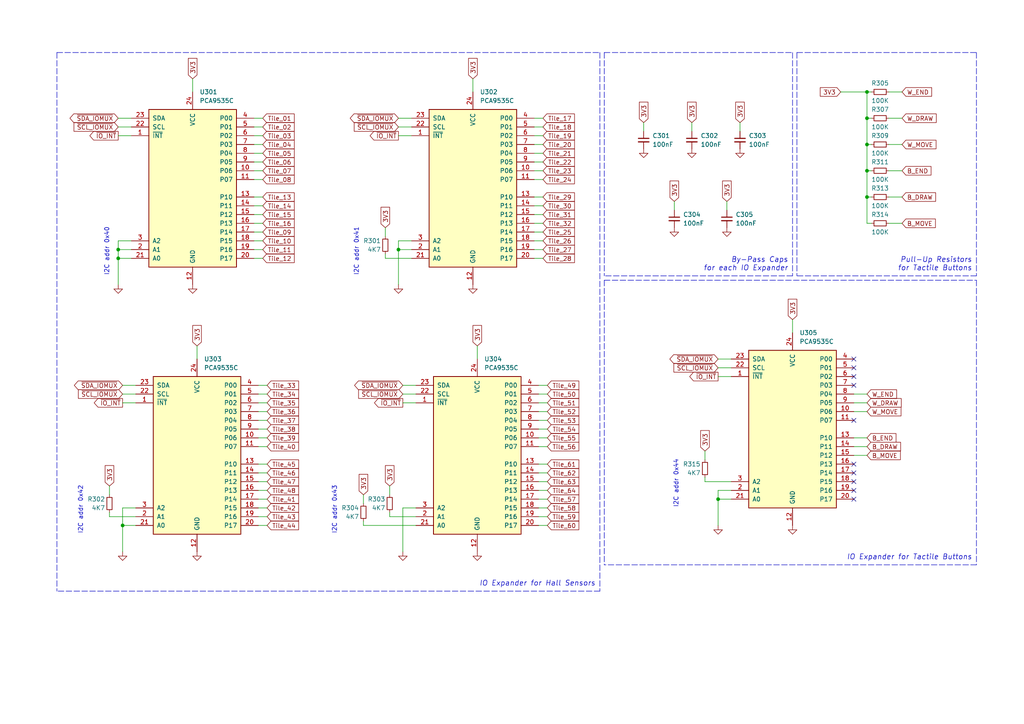
<source format=kicad_sch>
(kicad_sch (version 20211123) (generator eeschema)
  (paper "A4")
  (title_block (title "Smart Chessboard - I/O Expander") (date "2022-11-08") (rev "B") (company "Butler Electronics") (comment 1 "Design by Joshua Butler, MD, MHI"))
  (lib_symbols
    (symbol "Device:C_Small" (pin_numbers hide) (pin_names (offset 0.254) hide)
      (property "Reference" "C" (at 0.254 1.778 0))
      (property "Value" "C_Small" (at 0.254 -2.032 0))
      (symbol "C_Small_0_1"
        (polyline (pts (xy -1.524 -0.508) (xy 1.524 -0.508)) (stroke (width 0.3302)))
        (polyline (pts (xy -1.524 0.508) (xy 1.524 0.508)) (stroke (width 0.3048)))
      )
      (symbol "C_Small_1_1"
        (pin passive line (at 0 2.54 270) (length 2.032) (name "~") (number "1"))
        (pin passive line (at 0 -2.54 90) (length 2.032) (name "~") (number "2"))
      )
    )
    (symbol "Device:R_Small" (pin_numbers hide) (pin_names (offset 0.254) hide)
      (property "Reference" "R" (at 0.762 0.508 0))
      (property "Value" "R_Small" (at 0.762 -1.016 0))
      (symbol "R_Small_0_1"
        (rectangle (start -0.762 1.778) (end 0.762 -1.778) (stroke (width 0.2032)))
      )
      (symbol "R_Small_1_1"
        (pin passive line (at 0 2.54 270) (length 0.762) (name "~") (number "1"))
        (pin passive line (at 0 -2.54 90) (length 0.762) (name "~") (number "2"))
      )
    )
    (symbol "Interface_Expansion:TCA9535PWR" (pin_names (offset 1.016))
      (property "Reference" "U" (at -11.43 24.13 0))
      (property "Value" "TCA9535PWR" (at 0 0 0))
      (symbol "TCA9535PWR_0_1"
        (rectangle (start -12.7 22.86) (end 12.7 -22.86) (stroke (width 0.254)) (fill (type background)))
      )
      (symbol "TCA9535PWR_1_1"
        (pin open_collector line (at -17.78 15.24 0) (length 5.08) (name "~{INT}") (number "1"))
        (pin bidirectional line (at 17.78 5.08 180) (length 5.08) (name "P06") (number "10"))
        (pin bidirectional line (at 17.78 2.54 180) (length 5.08) (name "P07") (number "11"))
        (pin power_in line (at 0 -27.94 90) (length 5.08) (name "GND") (number "12"))
        (pin bidirectional line (at 17.78 -2.54 180) (length 5.08) (name "P10") (number "13"))
        (pin bidirectional line (at 17.78 -5.08 180) (length 5.08) (name "P11") (number "14"))
        (pin bidirectional line (at 17.78 -7.62 180) (length 5.08) (name "P12") (number "15"))
        (pin bidirectional line (at 17.78 -10.16 180) (length 5.08) (name "P13") (number "16"))
        (pin bidirectional line (at 17.78 -12.7 180) (length 5.08) (name "P14") (number "17"))
        (pin bidirectional line (at 17.78 -15.24 180) (length 5.08) (name "P15") (number "18"))
        (pin bidirectional line (at 17.78 -17.78 180) (length 5.08) (name "P16") (number "19"))
        (pin input line (at -17.78 -17.78 0) (length 5.08) (name "A1") (number "2"))
        (pin bidirectional line (at 17.78 -20.32 180) (length 5.08) (name "P17") (number "20"))
        (pin input line (at -17.78 -20.32 0) (length 5.08) (name "A0") (number "21"))
        (pin input line (at -17.78 17.78 0) (length 5.08) (name "SCL") (number "22"))
        (pin bidirectional line (at -17.78 20.32 0) (length 5.08) (name "SDA") (number "23"))
        (pin power_in line (at 0 27.94 270) (length 5.08) (name "VCC") (number "24"))
        (pin input line (at -17.78 -15.24 0) (length 5.08) (name "A2") (number "3"))
        (pin bidirectional line (at 17.78 20.32 180) (length 5.08) (name "P00") (number "4"))
        (pin bidirectional line (at 17.78 17.78 180) (length 5.08) (name "P01") (number "5"))
        (pin bidirectional line (at 17.78 15.24 180) (length 5.08) (name "P02") (number "6"))
        (pin bidirectional line (at 17.78 12.7 180) (length 5.08) (name "P03") (number "7"))
        (pin bidirectional line (at 17.78 10.16 180) (length 5.08) (name "P04") (number "8"))
        (pin bidirectional line (at 17.78 7.62 180) (length 5.08) (name "P05") (number "9"))
      )
    )
    (symbol "power:GND" (power) (pin_names (offset 0))
      (property "Value" "GND" (at 0 -3.81 0))
      (symbol "GND_0_1"
        (polyline (pts (xy 0 0) (xy 0 -1.27) (xy 1.27 -1.27) (xy 0 -2.54) (xy -1.27 -1.27) (xy 0 -1.27)))
      )
      (symbol "GND_1_1"
        (pin power_in line (at 0 0 270) (length 0) hide (name "GND") (number "1"))
      )
    )
  )
  (junction (at 115.57 72.39))
  (junction (at 35.56 152.4))
  (junction (at 34.29 72.39))
  (junction (at 251.46 34.29))
  (junction (at 208.28 144.78))
  (junction (at 251.46 49.53))
  (junction (at 251.46 26.67))
  (junction (at 251.46 41.91))
  (junction (at 251.46 57.15))
  (junction (at 34.29 74.93))
  (no_connect (at 247.65 139.7))
  (no_connect (at 247.65 109.22))
  (no_connect (at 247.65 111.76))
  (no_connect (at 247.65 104.14))
  (no_connect (at 247.65 106.68))
  (no_connect (at 247.65 144.78))
  (no_connect (at 247.65 121.92))
  (no_connect (at 247.65 134.62))
  (no_connect (at 247.65 137.16))
  (no_connect (at 247.65 142.24))
  (wire (pts (xy 208.28 142.24) (xy 208.28 144.78)))
  (wire (pts (xy 157.48 34.29) (xy 154.94 34.29)))
  (wire (pts (xy 261.62 34.29) (xy 257.81 34.29)))
  (wire (pts (xy 247.65 127) (xy 251.46 127)))
  (wire (pts (xy 34.29 34.29) (xy 38.1 34.29)))
  (polyline (pts (xy 173.99 15.24) (xy 173.99 171.45)))
  (wire (pts (xy 77.47 121.92) (xy 74.93 121.92)))
  (wire (pts (xy 77.47 139.7) (xy 74.93 139.7)))
  (wire (pts (xy 137.16 22.86) (xy 137.16 26.67)))
  (wire (pts (xy 76.2 52.07) (xy 73.66 52.07)))
  (polyline (pts (xy 175.26 15.24) (xy 229.87 15.24)))
  (polyline (pts (xy 175.26 81.28) (xy 283.21 81.28)))
  (wire (pts (xy 208.28 142.24) (xy 212.09 142.24)))
  (wire (pts (xy 76.2 39.37) (xy 73.66 39.37)))
  (wire (pts (xy 34.29 69.85) (xy 34.29 72.39)))
  (wire (pts (xy 55.88 22.86) (xy 55.88 26.67)))
  (wire (pts (xy 208.28 144.78) (xy 212.09 144.78)))
  (wire (pts (xy 158.75 114.3) (xy 156.21 114.3)))
  (wire (pts (xy 204.47 139.7) (xy 212.09 139.7)))
  (wire (pts (xy 247.65 119.38) (xy 251.46 119.38)))
  (wire (pts (xy 116.84 147.32) (xy 116.84 160.02)))
  (wire (pts (xy 35.56 152.4) (xy 35.56 160.02)))
  (wire (pts (xy 247.65 132.08) (xy 251.46 132.08)))
  (wire (pts (xy 39.37 147.32) (xy 35.56 147.32)))
  (wire (pts (xy 157.48 57.15) (xy 154.94 57.15)))
  (wire (pts (xy 158.75 152.4) (xy 156.21 152.4)))
  (wire (pts (xy 208.28 109.22) (xy 212.09 109.22)))
  (wire (pts (xy 115.57 36.83) (xy 119.38 36.83)))
  (polyline (pts (xy 283.21 80.01) (xy 231.14 80.01)))
  (wire (pts (xy 157.48 46.99) (xy 154.94 46.99)))
  (wire (pts (xy 35.56 114.3) (xy 39.37 114.3)))
  (wire (pts (xy 115.57 39.37) (xy 119.38 39.37)))
  (wire (pts (xy 111.76 73.66) (xy 111.76 74.93)))
  (wire (pts (xy 157.48 69.85) (xy 154.94 69.85)))
  (wire (pts (xy 157.48 62.23) (xy 154.94 62.23)))
  (wire (pts (xy 76.2 41.91) (xy 73.66 41.91)))
  (wire (pts (xy 34.29 74.93) (xy 38.1 74.93)))
  (wire (pts (xy 157.48 36.83) (xy 154.94 36.83)))
  (wire (pts (xy 76.2 64.77) (xy 73.66 64.77)))
  (wire (pts (xy 77.47 127) (xy 74.93 127)))
  (wire (pts (xy 251.46 49.53) (xy 252.73 49.53)))
  (polyline (pts (xy 283.21 15.24) (xy 283.21 80.01)))
  (wire (pts (xy 77.47 134.62) (xy 74.93 134.62)))
  (wire (pts (xy 76.2 67.31) (xy 73.66 67.31)))
  (wire (pts (xy 157.48 41.91) (xy 154.94 41.91)))
  (wire (pts (xy 261.62 41.91) (xy 257.81 41.91)))
  (wire (pts (xy 247.65 129.54) (xy 251.46 129.54)))
  (wire (pts (xy 138.43 100.33) (xy 138.43 104.14)))
  (wire (pts (xy 116.84 111.76) (xy 120.65 111.76)))
  (wire (pts (xy 34.29 72.39) (xy 34.29 74.93)))
  (wire (pts (xy 119.38 69.85) (xy 115.57 69.85)))
  (wire (pts (xy 157.48 67.31) (xy 154.94 67.31)))
  (wire (pts (xy 77.47 114.3) (xy 74.93 114.3)))
  (wire (pts (xy 77.47 124.46) (xy 74.93 124.46)))
  (polyline (pts (xy 283.21 163.83) (xy 175.26 163.83)))
  (wire (pts (xy 77.47 152.4) (xy 74.93 152.4)))
  (wire (pts (xy 35.56 111.76) (xy 39.37 111.76)))
  (wire (pts (xy 76.2 69.85) (xy 73.66 69.85)))
  (wire (pts (xy 200.66 35.56) (xy 200.66 38.1)))
  (wire (pts (xy 76.2 46.99) (xy 73.66 46.99)))
  (wire (pts (xy 105.41 151.13) (xy 105.41 152.4)))
  (wire (pts (xy 111.76 74.93) (xy 119.38 74.93)))
  (wire (pts (xy 158.75 127) (xy 156.21 127)))
  (wire (pts (xy 251.46 26.67) (xy 252.73 26.67)))
  (wire (pts (xy 115.57 72.39) (xy 119.38 72.39)))
  (wire (pts (xy 157.48 44.45) (xy 154.94 44.45)))
  (wire (pts (xy 186.69 35.56) (xy 186.69 38.1)))
  (wire (pts (xy 261.62 26.67) (xy 257.81 26.67)))
  (wire (pts (xy 35.56 152.4) (xy 39.37 152.4)))
  (polyline (pts (xy 229.87 15.24) (xy 229.87 80.01)))
  (wire (pts (xy 204.47 130.81) (xy 204.47 133.35)))
  (wire (pts (xy 157.48 59.69) (xy 154.94 59.69)))
  (wire (pts (xy 158.75 142.24) (xy 156.21 142.24)))
  (wire (pts (xy 158.75 137.16) (xy 156.21 137.16)))
  (polyline (pts (xy 231.14 15.24) (xy 283.21 15.24)))
  (wire (pts (xy 251.46 41.91) (xy 251.46 49.53)))
  (wire (pts (xy 261.62 64.77) (xy 257.81 64.77)))
  (wire (pts (xy 158.75 124.46) (xy 156.21 124.46)))
  (polyline (pts (xy 16.51 15.24) (xy 16.51 171.45)))
  (wire (pts (xy 251.46 57.15) (xy 251.46 64.77)))
  (wire (pts (xy 77.47 142.24) (xy 74.93 142.24)))
  (wire (pts (xy 210.82 58.42) (xy 210.82 60.96)))
  (wire (pts (xy 157.48 64.77) (xy 154.94 64.77)))
  (wire (pts (xy 208.28 104.14) (xy 212.09 104.14)))
  (wire (pts (xy 214.63 35.56) (xy 214.63 38.1)))
  (wire (pts (xy 34.29 39.37) (xy 38.1 39.37)))
  (wire (pts (xy 105.41 143.51) (xy 105.41 146.05)))
  (wire (pts (xy 77.47 119.38) (xy 74.93 119.38)))
  (wire (pts (xy 208.28 144.78) (xy 208.28 152.4)))
  (wire (pts (xy 251.46 34.29) (xy 252.73 34.29)))
  (wire (pts (xy 34.29 36.83) (xy 38.1 36.83)))
  (wire (pts (xy 247.65 116.84) (xy 251.46 116.84)))
  (polyline (pts (xy 175.26 15.24) (xy 175.26 80.01)))
  (wire (pts (xy 77.47 129.54) (xy 74.93 129.54)))
  (wire (pts (xy 157.48 49.53) (xy 154.94 49.53)))
  (wire (pts (xy 34.29 72.39) (xy 38.1 72.39)))
  (wire (pts (xy 157.48 72.39) (xy 154.94 72.39)))
  (wire (pts (xy 116.84 114.3) (xy 120.65 114.3)))
  (wire (pts (xy 204.47 138.43) (xy 204.47 139.7)))
  (wire (pts (xy 243.84 26.67) (xy 251.46 26.67)))
  (wire (pts (xy 261.62 57.15) (xy 257.81 57.15)))
  (polyline (pts (xy 175.26 81.28) (xy 175.26 163.83)))
  (wire (pts (xy 76.2 74.93) (xy 73.66 74.93)))
  (wire (pts (xy 158.75 134.62) (xy 156.21 134.62)))
  (wire (pts (xy 77.47 144.78) (xy 74.93 144.78)))
  (wire (pts (xy 115.57 72.39) (xy 115.57 82.55)))
  (wire (pts (xy 158.75 149.86) (xy 156.21 149.86)))
  (wire (pts (xy 157.48 52.07) (xy 154.94 52.07)))
  (polyline (pts (xy 229.87 80.01) (xy 175.26 80.01)))
  (wire (pts (xy 251.46 41.91) (xy 252.73 41.91)))
  (wire (pts (xy 76.2 57.15) (xy 73.66 57.15)))
  (wire (pts (xy 76.2 59.69) (xy 73.66 59.69)))
  (wire (pts (xy 76.2 36.83) (xy 73.66 36.83)))
  (wire (pts (xy 57.15 100.33) (xy 57.15 104.14)))
  (wire (pts (xy 76.2 62.23) (xy 73.66 62.23)))
  (wire (pts (xy 31.75 140.97) (xy 31.75 143.51)))
  (wire (pts (xy 76.2 44.45) (xy 73.66 44.45)))
  (wire (pts (xy 251.46 26.67) (xy 251.46 34.29)))
  (wire (pts (xy 34.29 74.93) (xy 34.29 82.55)))
  (polyline (pts (xy 173.99 171.45) (xy 16.51 171.45)))
  (wire (pts (xy 116.84 116.84) (xy 120.65 116.84)))
  (wire (pts (xy 77.47 147.32) (xy 74.93 147.32)))
  (wire (pts (xy 208.28 106.68) (xy 212.09 106.68)))
  (wire (pts (xy 111.76 66.04) (xy 111.76 68.58)))
  (wire (pts (xy 158.75 144.78) (xy 156.21 144.78)))
  (wire (pts (xy 31.75 149.86) (xy 39.37 149.86)))
  (wire (pts (xy 105.41 152.4) (xy 120.65 152.4)))
  (wire (pts (xy 158.75 147.32) (xy 156.21 147.32)))
  (wire (pts (xy 77.47 111.76) (xy 74.93 111.76)))
  (wire (pts (xy 251.46 57.15) (xy 252.73 57.15)))
  (wire (pts (xy 158.75 121.92) (xy 156.21 121.92)))
  (wire (pts (xy 158.75 111.76) (xy 156.21 111.76)))
  (wire (pts (xy 157.48 39.37) (xy 154.94 39.37)))
  (wire (pts (xy 113.03 140.97) (xy 113.03 143.51)))
  (wire (pts (xy 76.2 72.39) (xy 73.66 72.39)))
  (wire (pts (xy 31.75 148.59) (xy 31.75 149.86)))
  (wire (pts (xy 158.75 139.7) (xy 156.21 139.7)))
  (wire (pts (xy 35.56 116.84) (xy 39.37 116.84)))
  (wire (pts (xy 77.47 137.16) (xy 74.93 137.16)))
  (wire (pts (xy 120.65 147.32) (xy 116.84 147.32)))
  (wire (pts (xy 251.46 64.77) (xy 252.73 64.77)))
  (wire (pts (xy 251.46 49.53) (xy 251.46 57.15)))
  (wire (pts (xy 77.47 149.86) (xy 74.93 149.86)))
  (wire (pts (xy 158.75 129.54) (xy 156.21 129.54)))
  (wire (pts (xy 76.2 34.29) (xy 73.66 34.29)))
  (polyline (pts (xy 231.14 15.24) (xy 231.14 80.01)))
  (wire (pts (xy 158.75 116.84) (xy 156.21 116.84)))
  (polyline (pts (xy 283.21 81.28) (xy 283.21 163.83)))
  (wire (pts (xy 251.46 34.29) (xy 251.46 41.91)))
  (polyline (pts (xy 16.51 15.24) (xy 173.99 15.24)))
  (wire (pts (xy 195.58 58.42) (xy 195.58 60.96)))
  (wire (pts (xy 115.57 34.29) (xy 119.38 34.29)))
  (wire (pts (xy 38.1 69.85) (xy 34.29 69.85)))
  (wire (pts (xy 77.47 116.84) (xy 74.93 116.84)))
  (wire (pts (xy 261.62 49.53) (xy 257.81 49.53)))
  (wire (pts (xy 229.87 92.71) (xy 229.87 96.52)))
  (wire (pts (xy 113.03 148.59) (xy 113.03 149.86)))
  (wire (pts (xy 247.65 114.3) (xy 251.46 114.3)))
  (wire (pts (xy 158.75 119.38) (xy 156.21 119.38)))
  (wire (pts (xy 113.03 149.86) (xy 120.65 149.86)))
  (wire (pts (xy 157.48 74.93) (xy 154.94 74.93)))
  (wire (pts (xy 35.56 147.32) (xy 35.56 152.4)))
  (wire (pts (xy 76.2 49.53) (xy 73.66 49.53)))
  (wire (pts (xy 115.57 69.85) (xy 115.57 72.39)))
  (text "I2C addr 0x44" (at 196.85 147.32 90) (effects (font (size 1.27 1.27)) (justify left bottom)))
  (text "Pull-Up Resistors\nfor Tactile Buttons" (at 281.94 78.74 180) (effects (font (size 1.5 1.5) italic) (justify right bottom)))
  (text "IO Expander for Tactile Buttons" (at 281.94 162.56 180) (effects (font (size 1.5 1.5) italic) (justify right bottom)))
  (text "I2C addr 0x40" (at 31.75 80.01 90) (effects (font (size 1.27 1.27)) (justify left bottom)))
  (text "I2C addr 0x43" (at 97.79 154.94 90) (effects (font (size 1.27 1.27)) (justify left bottom)))
  (text "IO Expander for Hall Sensors" (at 172.72 170.18 180) (effects (font (size 1.5 1.5) italic) (justify right bottom)))
  (text "By-Pass Caps\nfor each IO Expander" (at 228.6 78.74 180) (effects (font (size 1.5 1.5) italic) (justify right bottom)))
  (text "I2C addr 0x41" (at 104.14 80.01 90) (effects (font (size 1.27 1.27)) (justify left bottom)))
  (text "I2C addr 0x42" (at 24.13 154.94 90) (effects (font (size 1.27 1.27)) (justify left bottom)))
  (global_label "~{SCL_IOMUX}" (shape input) (at 116.84 114.3 180) (property "Intersheet References" "${INTERSHEET_REFS}" (effects hide)))
  (global_label "3V3" (shape input) (at 55.88 22.86 90) (property "Intersheet References" "${INTERSHEET_REFS}" (effects hide)))
  (global_label "Tile_47" (shape input) (at 77.47 139.7 0) (property "Intersheet References" "${INTERSHEET_REFS}" (effects hide)))
  (global_label "Tile_10" (shape input) (at 76.2 69.85 0) (property "Intersheet References" "${INTERSHEET_REFS}" (effects hide)))
  (global_label "B_END" (shape input) (at 251.46 127 0) (property "Intersheet References" "${INTERSHEET_REFS}" (effects hide)))
  (global_label "Tile_11" (shape input) (at 76.2 72.39 0) (property "Intersheet References" "${INTERSHEET_REFS}" (effects hide)))
  (global_label "Tile_45" (shape input) (at 77.47 134.62 0) (property "Intersheet References" "${INTERSHEET_REFS}" (effects hide)))
  (global_label "Tile_05" (shape input) (at 76.2 44.45 0) (property "Intersheet References" "${INTERSHEET_REFS}" (effects hide)))
  (global_label "~{SDA_IOMUX}" (shape bidirectional) (at 208.28 104.14 180) (property "Intersheet References" "${INTERSHEET_REFS}" (effects hide)))
  (global_label "3V3" (shape input) (at 186.69 35.56 90) (property "Intersheet References" "${INTERSHEET_REFS}" (effects hide)))
  (global_label "Tile_40" (shape input) (at 77.47 129.54 0) (property "Intersheet References" "${INTERSHEET_REFS}" (effects hide)))
  (global_label "Tile_36" (shape input) (at 77.47 119.38 0) (property "Intersheet References" "${INTERSHEET_REFS}" (effects hide)))
  (global_label "~{IO_INT}" (shape output) (at 208.28 109.22 180) (property "Intersheet References" "${INTERSHEET_REFS}" (effects hide)))
  (global_label "~{IO_INT}" (shape output) (at 34.29 39.37 180) (property "Intersheet References" "${INTERSHEET_REFS}" (effects hide)))
  (global_label "3V3" (shape input) (at 229.87 92.71 90) (property "Intersheet References" "${INTERSHEET_REFS}" (effects hide)))
  (global_label "Tile_39" (shape input) (at 77.47 127 0) (property "Intersheet References" "${INTERSHEET_REFS}" (effects hide)))
  (global_label "Tile_41" (shape input) (at 77.47 144.78 0) (property "Intersheet References" "${INTERSHEET_REFS}" (effects hide)))
  (global_label "Tile_20" (shape input) (at 157.48 41.91 0) (property "Intersheet References" "${INTERSHEET_REFS}" (effects hide)))
  (global_label "B_END" (shape input) (at 261.62 49.53 0) (property "Intersheet References" "${INTERSHEET_REFS}" (effects hide)))
  (global_label "~{SDA_IOMUX}" (shape bidirectional) (at 115.57 34.29 180) (property "Intersheet References" "${INTERSHEET_REFS}" (effects hide)))
  (global_label "3V3" (shape input) (at 204.47 130.81 90) (property "Intersheet References" "${INTERSHEET_REFS}" (effects hide)))
  (global_label "W_END" (shape input) (at 261.62 26.67 0) (property "Intersheet References" "${INTERSHEET_REFS}" (effects hide)))
  (global_label "Tile_33" (shape input) (at 77.47 111.76 0) (property "Intersheet References" "${INTERSHEET_REFS}" (effects hide)))
  (global_label "~{SCL_IOMUX}" (shape input) (at 115.57 36.83 180) (property "Intersheet References" "${INTERSHEET_REFS}" (effects hide)))
  (global_label "Tile_35" (shape input) (at 77.47 116.84 0) (property "Intersheet References" "${INTERSHEET_REFS}" (effects hide)))
  (global_label "Tile_32" (shape input) (at 157.48 64.77 0) (property "Intersheet References" "${INTERSHEET_REFS}" (effects hide)))
  (global_label "Tile_48" (shape input) (at 77.47 142.24 0) (property "Intersheet References" "${INTERSHEET_REFS}" (effects hide)))
  (global_label "W_DRAW" (shape input) (at 251.46 116.84 0) (property "Intersheet References" "${INTERSHEET_REFS}" (effects hide)))
  (global_label "Tile_44" (shape input) (at 77.47 152.4 0) (property "Intersheet References" "${INTERSHEET_REFS}" (effects hide)))
  (global_label "~{IO_INT}" (shape output) (at 35.56 116.84 180) (property "Intersheet References" "${INTERSHEET_REFS}" (effects hide)))
  (global_label "Tile_29" (shape input) (at 157.48 57.15 0) (property "Intersheet References" "${INTERSHEET_REFS}" (effects hide)))
  (global_label "B_DRAW" (shape input) (at 261.62 57.15 0) (property "Intersheet References" "${INTERSHEET_REFS}" (effects hide)))
  (global_label "Tile_52" (shape input) (at 158.75 119.38 0) (property "Intersheet References" "${INTERSHEET_REFS}" (effects hide)))
  (global_label "Tile_07" (shape input) (at 76.2 49.53 0) (property "Intersheet References" "${INTERSHEET_REFS}" (effects hide)))
  (global_label "W_MOVE" (shape input) (at 261.62 41.91 0) (property "Intersheet References" "${INTERSHEET_REFS}" (effects hide)))
  (global_label "Tile_62" (shape input) (at 158.75 137.16 0) (property "Intersheet References" "${INTERSHEET_REFS}" (effects hide)))
  (global_label "Tile_26" (shape input) (at 157.48 69.85 0) (property "Intersheet References" "${INTERSHEET_REFS}" (effects hide)))
  (global_label "Tile_37" (shape input) (at 77.47 121.92 0) (property "Intersheet References" "${INTERSHEET_REFS}" (effects hide)))
  (global_label "B_MOVE" (shape input) (at 251.46 132.08 0) (property "Intersheet References" "${INTERSHEET_REFS}" (effects hide)))
  (global_label "3V3" (shape input) (at 111.76 66.04 90) (property "Intersheet References" "${INTERSHEET_REFS}" (effects hide)))
  (global_label "~{SDA_IOMUX}" (shape bidirectional) (at 34.29 34.29 180) (property "Intersheet References" "${INTERSHEET_REFS}" (effects hide)))
  (global_label "Tile_03" (shape input) (at 76.2 39.37 0) (property "Intersheet References" "${INTERSHEET_REFS}" (effects hide)))
  (global_label "3V3" (shape input) (at 200.66 35.56 90) (property "Intersheet References" "${INTERSHEET_REFS}" (effects hide)))
  (global_label "3V3" (shape input) (at 57.15 100.33 90) (property "Intersheet References" "${INTERSHEET_REFS}" (effects hide)))
  (global_label "Tile_61" (shape input) (at 158.75 134.62 0) (property "Intersheet References" "${INTERSHEET_REFS}" (effects hide)))
  (global_label "Tile_13" (shape input) (at 76.2 57.15 0) (property "Intersheet References" "${INTERSHEET_REFS}" (effects hide)))
  (global_label "Tile_51" (shape input) (at 158.75 116.84 0) (property "Intersheet References" "${INTERSHEET_REFS}" (effects hide)))
  (global_label "Tile_46" (shape input) (at 77.47 137.16 0) (property "Intersheet References" "${INTERSHEET_REFS}" (effects hide)))
  (global_label "Tile_18" (shape input) (at 157.48 36.83 0) (property "Intersheet References" "${INTERSHEET_REFS}" (effects hide)))
  (global_label "Tile_24" (shape input) (at 157.48 52.07 0) (property "Intersheet References" "${INTERSHEET_REFS}" (effects hide)))
  (global_label "W_END" (shape input) (at 251.46 114.3 0) (property "Intersheet References" "${INTERSHEET_REFS}" (effects hide)))
  (global_label "Tile_15" (shape input) (at 76.2 62.23 0) (property "Intersheet References" "${INTERSHEET_REFS}" (effects hide)))
  (global_label "Tile_31" (shape input) (at 157.48 62.23 0) (property "Intersheet References" "${INTERSHEET_REFS}" (effects hide)))
  (global_label "W_MOVE" (shape input) (at 251.46 119.38 0) (property "Intersheet References" "${INTERSHEET_REFS}" (effects hide)))
  (global_label "Tile_57" (shape input) (at 158.75 144.78 0) (property "Intersheet References" "${INTERSHEET_REFS}" (effects hide)))
  (global_label "Tile_09" (shape input) (at 76.2 67.31 0) (property "Intersheet References" "${INTERSHEET_REFS}" (effects hide)))
  (global_label "B_MOVE" (shape input) (at 261.62 64.77 0) (property "Intersheet References" "${INTERSHEET_REFS}" (effects hide)))
  (global_label "~{SDA_IOMUX}" (shape bidirectional) (at 116.84 111.76 180) (property "Intersheet References" "${INTERSHEET_REFS}" (effects hide)))
  (global_label "Tile_22" (shape input) (at 157.48 46.99 0) (property "Intersheet References" "${INTERSHEET_REFS}" (effects hide)))
  (global_label "~{SCL_IOMUX}" (shape input) (at 34.29 36.83 180) (property "Intersheet References" "${INTERSHEET_REFS}" (effects hide)))
  (global_label "Tile_23" (shape input) (at 157.48 49.53 0) (property "Intersheet References" "${INTERSHEET_REFS}" (effects hide)))
  (global_label "Tile_30" (shape input) (at 157.48 59.69 0) (property "Intersheet References" "${INTERSHEET_REFS}" (effects hide)))
  (global_label "B_DRAW" (shape input) (at 251.46 129.54 0) (property "Intersheet References" "${INTERSHEET_REFS}" (effects hide)))
  (global_label "Tile_27" (shape input) (at 157.48 72.39 0) (property "Intersheet References" "${INTERSHEET_REFS}" (effects hide)))
  (global_label "Tile_34" (shape input) (at 77.47 114.3 0) (property "Intersheet References" "${INTERSHEET_REFS}" (effects hide)))
  (global_label "Tile_59" (shape input) (at 158.75 149.86 0) (property "Intersheet References" "${INTERSHEET_REFS}" (effects hide)))
  (global_label "Tile_43" (shape input) (at 77.47 149.86 0) (property "Intersheet References" "${INTERSHEET_REFS}" (effects hide)))
  (global_label "Tile_53" (shape input) (at 158.75 121.92 0) (property "Intersheet References" "${INTERSHEET_REFS}" (effects hide)))
  (global_label "Tile_02" (shape input) (at 76.2 36.83 0) (property "Intersheet References" "${INTERSHEET_REFS}" (effects hide)))
  (global_label "Tile_42" (shape input) (at 77.47 147.32 0) (property "Intersheet References" "${INTERSHEET_REFS}" (effects hide)))
  (global_label "Tile_54" (shape input) (at 158.75 124.46 0) (property "Intersheet References" "${INTERSHEET_REFS}" (effects hide)))
  (global_label "Tile_19" (shape input) (at 157.48 39.37 0) (property "Intersheet References" "${INTERSHEET_REFS}" (effects hide)))
  (global_label "Tile_12" (shape input) (at 76.2 74.93 0) (property "Intersheet References" "${INTERSHEET_REFS}" (effects hide)))
  (global_label "Tile_14" (shape input) (at 76.2 59.69 0) (property "Intersheet References" "${INTERSHEET_REFS}" (effects hide)))
  (global_label "Tile_16" (shape input) (at 76.2 64.77 0) (property "Intersheet References" "${INTERSHEET_REFS}" (effects hide)))
  (global_label "3V3" (shape input) (at 105.41 143.51 90) (property "Intersheet References" "${INTERSHEET_REFS}" (effects hide)))
  (global_label "Tile_06" (shape input) (at 76.2 46.99 0) (property "Intersheet References" "${INTERSHEET_REFS}" (effects hide)))
  (global_label "Tile_04" (shape input) (at 76.2 41.91 0) (property "Intersheet References" "${INTERSHEET_REFS}" (effects hide)))
  (global_label "Tile_08" (shape input) (at 76.2 52.07 0) (property "Intersheet References" "${INTERSHEET_REFS}" (effects hide)))
  (global_label "Tile_17" (shape input) (at 157.48 34.29 0) (property "Intersheet References" "${INTERSHEET_REFS}" (effects hide)))
  (global_label "3V3" (shape input) (at 243.84 26.67 180) (property "Intersheet References" "${INTERSHEET_REFS}" (effects hide)))
  (global_label "Tile_56" (shape input) (at 158.75 129.54 0) (property "Intersheet References" "${INTERSHEET_REFS}" (effects hide)))
  (global_label "Tile_38" (shape input) (at 77.47 124.46 0) (property "Intersheet References" "${INTERSHEET_REFS}" (effects hide)))
  (global_label "3V3" (shape input) (at 195.58 58.42 90) (property "Intersheet References" "${INTERSHEET_REFS}" (effects hide)))
  (global_label "Tile_49" (shape input) (at 158.75 111.76 0) (property "Intersheet References" "${INTERSHEET_REFS}" (effects hide)))
  (global_label "3V3" (shape input) (at 138.43 100.33 90) (property "Intersheet References" "${INTERSHEET_REFS}" (effects hide)))
  (global_label "Tile_58" (shape input) (at 158.75 147.32 0) (property "Intersheet References" "${INTERSHEET_REFS}" (effects hide)))
  (global_label "3V3" (shape input) (at 137.16 22.86 90) (property "Intersheet References" "${INTERSHEET_REFS}" (effects hide)))
  (global_label "3V3" (shape input) (at 113.03 140.97 90) (property "Intersheet References" "${INTERSHEET_REFS}" (effects hide)))
  (global_label "~{SCL_IOMUX}" (shape input) (at 35.56 114.3 180) (property "Intersheet References" "${INTERSHEET_REFS}" (effects hide)))
  (global_label "Tile_28" (shape input) (at 157.48 74.93 0) (property "Intersheet References" "${INTERSHEET_REFS}" (effects hide)))
  (global_label "~{SCL_IOMUX}" (shape input) (at 208.28 106.68 180) (property "Intersheet References" "${INTERSHEET_REFS}" (effects hide)))
  (global_label "~{IO_INT}" (shape output) (at 116.84 116.84 180) (property "Intersheet References" "${INTERSHEET_REFS}" (effects hide)))
  (global_label "Tile_50" (shape input) (at 158.75 114.3 0) (property "Intersheet References" "${INTERSHEET_REFS}" (effects hide)))
  (global_label "Tile_64" (shape input) (at 158.75 142.24 0) (property "Intersheet References" "${INTERSHEET_REFS}" (effects hide)))
  (global_label "~{IO_INT}" (shape output) (at 115.57 39.37 180) (property "Intersheet References" "${INTERSHEET_REFS}" (effects hide)))
  (global_label "Tile_63" (shape input) (at 158.75 139.7 0) (property "Intersheet References" "${INTERSHEET_REFS}" (effects hide)))
  (global_label "3V3" (shape input) (at 210.82 58.42 90) (property "Intersheet References" "${INTERSHEET_REFS}" (effects hide)))
  (global_label "~{SDA_IOMUX}" (shape bidirectional) (at 35.56 111.76 180) (property "Intersheet References" "${INTERSHEET_REFS}" (effects hide)))
  (global_label "Tile_01" (shape input) (at 76.2 34.29 0) (property "Intersheet References" "${INTERSHEET_REFS}" (effects hide)))
  (global_label "Tile_60" (shape input) (at 158.75 152.4 0) (property "Intersheet References" "${INTERSHEET_REFS}" (effects hide)))
  (global_label "W_DRAW" (shape input) (at 261.62 34.29 0) (property "Intersheet References" "${INTERSHEET_REFS}" (effects hide)))
  (global_label "Tile_21" (shape input) (at 157.48 44.45 0) (property "Intersheet References" "${INTERSHEET_REFS}" (effects hide)))
  (global_label "Tile_55" (shape input) (at 158.75 127 0) (property "Intersheet References" "${INTERSHEET_REFS}" (effects hide)))
  (global_label "3V3" (shape input) (at 214.63 35.56 90) (property "Intersheet References" "${INTERSHEET_REFS}" (effects hide)))
  (global_label "Tile_25" (shape input) (at 157.48 67.31 0) (property "Intersheet References" "${INTERSHEET_REFS}" (effects hide)))
  (global_label "3V3" (shape input) (at 31.75 140.97 90) (property "Intersheet References" "${INTERSHEET_REFS}" (effects hide)))
  (symbol (lib_id "Device:R_Small") (at 105.41 148.59 0) (unit 1)
    (property "Reference" "R304" (at 104.14 147.32 0) (effects (justify right)))
    (property "Value" "4K7" (at 104.14 149.86 0) (effects (justify right)))
    (property "Footprint" "Resistor_SMD:R_0603_1608Metric" (effects hide))
    (property "LCSC" "C23162" (effects hide))
  )
  (symbol (lib_id "Device:C_Small") (at 186.69 40.64 0) (unit 1)
    (property "Reference" "C301" (at 189.23 39.37 0) (effects (justify left)))
    (property "Value" "100nF" (at 189.23 41.91 0) (effects (justify left)))
    (property "Footprint" "Capacitor_SMD:C_0603_1608Metric" (effects hide))
    (property "LCSC" "C14663" (effects hide))
  )
  (symbol (lib_id "Device:R_Small") (at 255.27 49.53 90) (mirror x) (unit 1)
    (property "Reference" "R311" (at 255.27 46.99 90))
    (property "Value" "100K" (at 255.27 52.07 90))
    (property "Footprint" "Resistor_SMD:R_0603_1608Metric" (effects hide))
    (property "LCSC" "C25803" (effects hide))
  )
  (symbol (lib_id "power:GND") (at 208.28 152.4 0) (unit 1)
    (property "Reference" "#PWR0309" (effects hide))
    (property "Value" "GND" (effects hide))
  )
  (symbol (lib_id "power:GND") (at 57.15 160.02 0) (unit 1)
    (property "Reference" "#PWR0306" (effects hide))
    (property "Value" "GND" (effects hide))
  )
  (symbol (lib_id "power:GND") (at 200.66 43.18 0) (unit 1)
    (property "Reference" "#PWR0312" (effects hide))
    (property "Value" "GND" (effects hide))
  )
  (symbol (lib_id "power:GND") (at 186.69 43.18 0) (unit 1)
    (property "Reference" "#PWR0311" (effects hide))
    (property "Value" "GND" (effects hide))
  )
  (symbol (lib_id "power:GND") (at 34.29 82.55 0) (unit 1)
    (property "Reference" "#PWR0301" (effects hide))
    (property "Value" "GND" (effects hide))
  )
  (symbol (lib_id "Device:R_Small") (at 31.75 146.05 0) (unit 1)
    (property "Reference" "R302" (at 30.48 144.78 0) (effects (justify right)))
    (property "Value" "4K7" (at 30.48 147.32 0) (effects (justify right)))
    (property "Footprint" "Resistor_SMD:R_0603_1608Metric" (effects hide))
    (property "LCSC" "C23162" (effects hide))
  )
  (symbol (lib_id "power:GND") (at 35.56 160.02 0) (unit 1)
    (property "Reference" "#PWR0305" (effects hide))
    (property "Value" "GND" (effects hide))
  )
  (symbol (lib_id "Device:C_Small") (at 200.66 40.64 0) (unit 1)
    (property "Reference" "C302" (at 203.2 39.37 0) (effects (justify left)))
    (property "Value" "100nF" (at 203.2 41.91 0) (effects (justify left)))
    (property "Footprint" "Capacitor_SMD:C_0603_1608Metric" (effects hide))
    (property "LCSC" "C14663" (effects hide))
  )
  (symbol (lib_id "Interface_Expansion:TCA9535PWR") (at 229.87 124.46 0) (unit 1)
    (property "Reference" "U305" (at 231.8894 96.52 0) (effects (justify left)))
    (property "Value" "PCA9535C" (at 231.8894 99.06 0) (effects (justify left)))
    (property "Footprint" "Package_SO:TSSOP-24_4.4x7.8mm_P0.65mm" (effects hide))
    (property "Datasheet" "https://datasheet.lcsc.com/lcsc/1811131658_NXP-Semicon-PCA9535PW-118_C255606.pdf" (effects hide))
    (property "LCSC" "C255606" (effects hide))
  )
  (symbol (lib_id "power:GND") (at 229.87 152.4 0) (unit 1)
    (property "Reference" "#PWR0310" (effects hide))
    (property "Value" "GND" (effects hide))
  )
  (symbol (lib_id "Device:R_Small") (at 204.47 135.89 0) (unit 1)
    (property "Reference" "R315" (at 203.2 134.62 0) (effects (justify right)))
    (property "Value" "4K7" (at 203.2 137.16 0) (effects (justify right)))
    (property "Footprint" "Resistor_SMD:R_0603_1608Metric" (effects hide))
    (property "LCSC" "C23162" (effects hide))
  )
  (symbol (lib_id "Interface_Expansion:TCA9535PWR") (at 57.15 132.08 0) (unit 1)
    (property "Reference" "U303" (at 59.1694 104.14 0) (effects (justify left)))
    (property "Value" "PCA9535C" (at 59.1694 106.68 0) (effects (justify left)))
    (property "Footprint" "Package_SO:TSSOP-24_4.4x7.8mm_P0.65mm" (effects hide))
    (property "Datasheet" "https://datasheet.lcsc.com/lcsc/1811131658_NXP-Semicon-PCA9535PW-118_C255606.pdf" (effects hide))
    (property "LCSC" "C255606" (effects hide))
  )
  (symbol (lib_id "power:GND") (at 55.88 82.55 0) (unit 1)
    (property "Reference" "#PWR0302" (effects hide))
    (property "Value" "GND" (effects hide))
  )
  (symbol (lib_id "Device:R_Small") (at 255.27 64.77 90) (mirror x) (unit 1)
    (property "Reference" "R314" (at 255.27 62.23 90))
    (property "Value" "100K" (at 255.27 67.31 90))
    (property "Footprint" "Resistor_SMD:R_0603_1608Metric" (effects hide))
    (property "LCSC" "C25803" (effects hide))
  )
  (symbol (lib_id "power:GND") (at 115.57 82.55 0) (unit 1)
    (property "Reference" "#PWR0303" (effects hide))
    (property "Value" "GND" (effects hide))
  )
  (symbol (lib_id "power:GND") (at 138.43 160.02 0) (unit 1)
    (property "Reference" "#PWR0308" (effects hide))
    (property "Value" "GND" (effects hide))
  )
  (symbol (lib_id "Device:C_Small") (at 214.63 40.64 0) (unit 1)
    (property "Reference" "C303" (at 217.17 39.37 0) (effects (justify left)))
    (property "Value" "100nF" (at 217.17 41.91 0) (effects (justify left)))
    (property "Footprint" "Capacitor_SMD:C_0603_1608Metric" (effects hide))
    (property "LCSC" "C14663" (effects hide))
  )
  (symbol (lib_id "Device:R_Small") (at 255.27 57.15 90) (mirror x) (unit 1)
    (property "Reference" "R313" (at 255.27 54.61 90))
    (property "Value" "100K" (at 255.27 59.69 90))
    (property "Footprint" "Resistor_SMD:R_0603_1608Metric" (effects hide))
    (property "LCSC" "C25803" (effects hide))
  )
  (symbol (lib_id "power:GND") (at 214.63 43.18 0) (unit 1)
    (property "Reference" "#PWR0313" (effects hide))
    (property "Value" "GND" (effects hide))
  )
  (symbol (lib_id "Device:C_Small") (at 210.82 63.5 0) (unit 1)
    (property "Reference" "C305" (at 213.36 62.23 0) (effects (justify left)))
    (property "Value" "100nF" (at 213.36 64.77 0) (effects (justify left)))
    (property "Footprint" "Capacitor_SMD:C_0603_1608Metric" (effects hide))
    (property "LCSC" "C14663" (effects hide))
  )
  (symbol (lib_id "Interface_Expansion:TCA9535PWR") (at 137.16 54.61 0) (unit 1)
    (property "Reference" "U302" (at 139.1794 26.67 0) (effects (justify left)))
    (property "Value" "PCA9535C" (at 139.1794 29.21 0) (effects (justify left)))
    (property "Footprint" "Package_SO:TSSOP-24_4.4x7.8mm_P0.65mm" (effects hide))
    (property "Datasheet" "https://datasheet.lcsc.com/lcsc/1811131658_NXP-Semicon-PCA9535PW-118_C255606.pdf" (effects hide))
    (property "LCSC" "C255606" (effects hide))
  )
  (symbol (lib_id "Device:R_Small") (at 113.03 146.05 0) (unit 1)
    (property "Reference" "R303" (at 111.76 144.78 0) (effects (justify right)))
    (property "Value" "4K7" (at 111.76 147.32 0) (effects (justify right)))
    (property "Footprint" "Resistor_SMD:R_0603_1608Metric" (effects hide))
    (property "LCSC" "C23162" (effects hide))
  )
  (symbol (lib_id "power:GND") (at 137.16 82.55 0) (unit 1)
    (property "Reference" "#PWR0304" (effects hide))
    (property "Value" "GND" (effects hide))
  )
  (symbol (lib_id "Device:R_Small") (at 255.27 41.91 90) (mirror x) (unit 1)
    (property "Reference" "R309" (at 255.27 39.37 90))
    (property "Value" "100K" (at 255.27 44.45 90))
    (property "Footprint" "Resistor_SMD:R_0603_1608Metric" (effects hide))
    (property "LCSC" "C25803" (effects hide))
  )
  (symbol (lib_id "Interface_Expansion:TCA9535PWR") (at 55.88 54.61 0) (unit 1)
    (property "Reference" "U301" (at 57.8994 26.67 0) (effects (justify left)))
    (property "Value" "PCA9535C" (at 57.8994 29.21 0) (effects (justify left)))
    (property "Footprint" "Package_SO:TSSOP-24_4.4x7.8mm_P0.65mm" (effects hide))
    (property "Datasheet" "https://datasheet.lcsc.com/lcsc/1811131658_NXP-Semicon-PCA9535PW-118_C255606.pdf" (effects hide))
    (property "LCSC" "C255606" (effects hide))
  )
  (symbol (lib_id "Interface_Expansion:TCA9535PWR") (at 138.43 132.08 0) (unit 1)
    (property "Reference" "U304" (at 140.4494 104.14 0) (effects (justify left)))
    (property "Value" "PCA9535C" (at 140.4494 106.68 0) (effects (justify left)))
    (property "Footprint" "Package_SO:TSSOP-24_4.4x7.8mm_P0.65mm" (effects hide))
    (property "Datasheet" "https://datasheet.lcsc.com/lcsc/1811131658_NXP-Semicon-PCA9535PW-118_C255606.pdf" (effects hide))
    (property "LCSC" "C255606" (effects hide))
  )
  (symbol (lib_id "power:GND") (at 116.84 160.02 0) (unit 1)
    (property "Reference" "#PWR0307" (effects hide))
    (property "Value" "GND" (effects hide))
  )
  (symbol (lib_id "Device:R_Small") (at 255.27 26.67 90) (mirror x) (unit 1)
    (property "Reference" "R305" (at 255.27 24.13 90))
    (property "Value" "100K" (at 255.27 29.21 90))
    (property "Footprint" "Resistor_SMD:R_0603_1608Metric" (effects hide))
    (property "LCSC" "C25803" (effects hide))
  )
  (symbol (lib_id "power:GND") (at 210.82 66.04 0) (unit 1)
    (property "Reference" "#PWR0315" (effects hide))
    (property "Value" "GND" (effects hide))
  )
  (symbol (lib_id "Device:R_Small") (at 255.27 34.29 90) (mirror x) (unit 1)
    (property "Reference" "R307" (at 255.27 31.75 90))
    (property "Value" "100K" (at 255.27 36.83 90))
    (property "Footprint" "Resistor_SMD:R_0603_1608Metric" (effects hide))
    (property "LCSC" "C25803" (effects hide))
  )
  (symbol (lib_id "Device:R_Small") (at 111.76 71.12 0) (unit 1)
    (property "Reference" "R301" (at 110.49 69.85 0) (effects (justify right)))
    (property "Value" "4K7" (at 110.49 72.39 0) (effects (justify right)))
    (property "Footprint" "Resistor_SMD:R_0603_1608Metric" (effects hide))
    (property "LCSC" "C23162" (effects hide))
  )
  (symbol (lib_id "Device:C_Small") (at 195.58 63.5 0) (unit 1)
    (property "Reference" "C304" (at 198.12 62.23 0) (effects (justify left)))
    (property "Value" "100nF" (at 198.12 64.77 0) (effects (justify left)))
    (property "Footprint" "Capacitor_SMD:C_0603_1608Metric" (effects hide))
    (property "LCSC" "C14663" (effects hide))
  )
  (symbol (lib_id "power:GND") (at 195.58 66.04 0) (unit 1)
    (property "Reference" "#PWR0314" (effects hide))
    (property "Value" "GND" (effects hide))
  )
)
</source>
